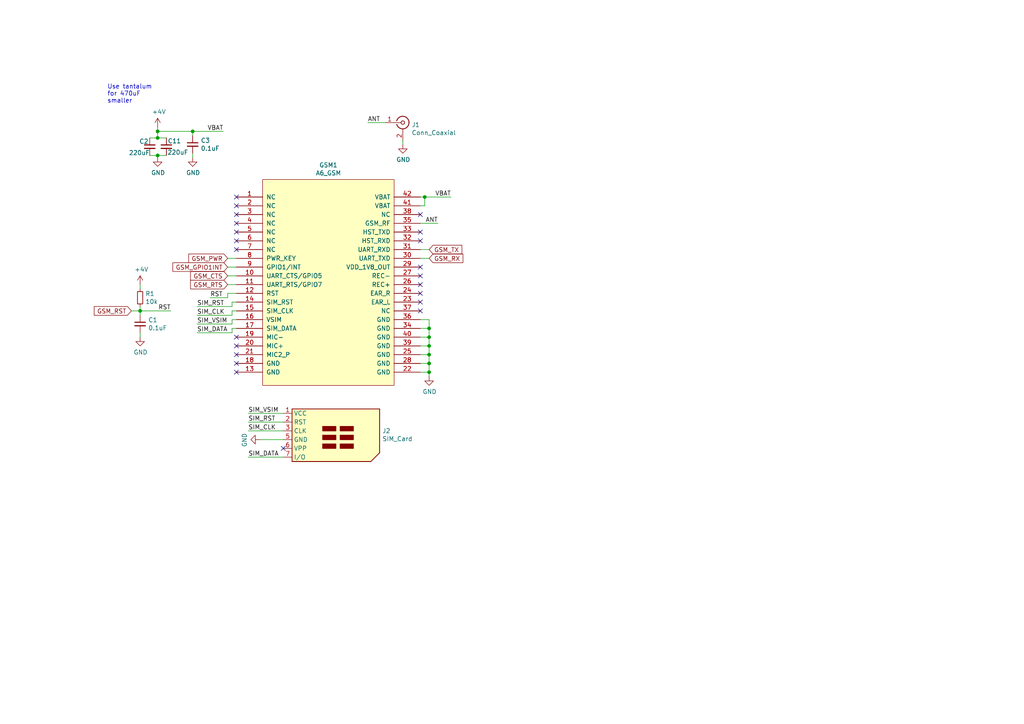
<source format=kicad_sch>
(kicad_sch (version 20211123) (generator eeschema)
  (paper "A4")
  (lib_symbols
    (symbol "A6_GSM:A6_GSM" (pin_names (offset 1.016))
      (property "Reference" "GSM" (at 0 25.4 0))
      (property "Value" "A6_GSM" (at 0 27.94 0))
      (symbol "A6_GSM_1_0"
        (rectangle (start -19.05 -29.21) (end 19.05 30.48) (fill (type background)))
      )
      (symbol "A6_GSM_1_1"
        (pin unspecified line (at -26.67 25.4 0) (length 7.62) (name "NC") (number "1"))
        (pin input line (at -26.67 2.54 0) (length 7.62) (name "UART_CTS/GPIO5") (number "10"))
        (pin input line (at -26.67 0 0) (length 7.62) (name "UART_RTS/GPIO7") (number "11"))
        (pin input line (at -26.67 -2.54 0) (length 7.62) (name "RST") (number "12"))
        (pin input line (at -26.67 -25.4 0) (length 7.62) (name "GND") (number "13"))
        (pin input line (at -26.67 -5.08 0) (length 7.62) (name "SIM_RST") (number "14"))
        (pin input line (at -26.67 -7.62 0) (length 7.62) (name "SIM_CLK") (number "15"))
        (pin power_out line (at -26.67 -10.16 0) (length 7.62) (name "VSIM") (number "16"))
        (pin input line (at -26.67 -12.7 0) (length 7.62) (name "SIM_DATA") (number "17"))
        (pin input line (at -26.67 -22.86 0) (length 7.62) (name "GND") (number "18"))
        (pin input line (at -26.67 -15.24 0) (length 7.62) (name "MIC-") (number "19"))
        (pin unspecified line (at -26.67 22.86 0) (length 7.62) (name "NC") (number "2"))
        (pin input line (at -26.67 -17.78 0) (length 7.62) (name "MIC+") (number "20"))
        (pin input line (at -26.67 -20.32 0) (length 7.62) (name "MIC2_P") (number "21"))
        (pin input line (at 26.67 -25.4 180) (length 7.62) (name "GND") (number "22"))
        (pin input line (at 26.67 -5.08 180) (length 7.62) (name "EAR_L") (number "23"))
        (pin input line (at 26.67 -2.54 180) (length 7.62) (name "EAR_R") (number "24"))
        (pin input line (at 26.67 -20.32 180) (length 7.62) (name "GND") (number "25"))
        (pin input line (at 26.67 0 180) (length 7.62) (name "REC+") (number "26"))
        (pin input line (at 26.67 2.54 180) (length 7.62) (name "REC-") (number "27"))
        (pin input line (at 26.67 -22.86 180) (length 7.62) (name "GND") (number "28"))
        (pin input line (at 26.67 5.08 180) (length 7.62) (name "VDD_1V8_OUT") (number "29"))
        (pin unspecified line (at -26.67 20.32 0) (length 7.62) (name "NC") (number "3"))
        (pin input line (at 26.67 7.62 180) (length 7.62) (name "UART_TXD") (number "30"))
        (pin input line (at 26.67 10.16 180) (length 7.62) (name "UART_RXD") (number "31"))
        (pin input line (at 26.67 12.7 180) (length 7.62) (name "HST_RXD") (number "32"))
        (pin input line (at 26.67 15.24 180) (length 7.62) (name "HST_TXD") (number "33"))
        (pin input line (at 26.67 -12.7 180) (length 7.62) (name "GND") (number "34"))
        (pin input line (at 26.67 17.78 180) (length 7.62) (name "GSM_RF") (number "35"))
        (pin input line (at 26.67 -10.16 180) (length 7.62) (name "GND") (number "36"))
        (pin input line (at 26.67 -7.62 180) (length 7.62) (name "NC") (number "37"))
        (pin input line (at 26.67 20.32 180) (length 7.62) (name "NC") (number "38"))
        (pin input line (at 26.67 -17.78 180) (length 7.62) (name "GND") (number "39"))
        (pin unspecified line (at -26.67 17.78 0) (length 7.62) (name "NC") (number "4"))
        (pin input line (at 26.67 -15.24 180) (length 7.62) (name "GND") (number "40"))
        (pin input line (at 26.67 22.86 180) (length 7.62) (name "VBAT") (number "41"))
        (pin input line (at 26.67 25.4 180) (length 7.62) (name "VBAT") (number "42"))
        (pin unspecified line (at -26.67 15.24 0) (length 7.62) (name "NC") (number "5"))
        (pin unspecified line (at -26.67 12.7 0) (length 7.62) (name "NC") (number "6"))
        (pin unspecified line (at -26.67 10.16 0) (length 7.62) (name "NC") (number "7"))
        (pin input line (at -26.67 7.62 0) (length 7.62) (name "PWR_KEY") (number "8"))
        (pin input line (at -26.67 5.08 0) (length 7.62) (name "GPIO1/INT") (number "9"))
      )
    )
    (symbol "Connector:Conn_Coaxial" (pin_names (offset 1.016) hide)
      (property "Reference" "J" (at 0.254 3.048 0))
      (property "Value" "Conn_Coaxial" (at 2.921 0 90))
      (symbol "Conn_Coaxial_0_1"
        (arc (start -1.778 -0.508) (mid 0.222 -1.808) (end 1.778 0) (stroke (width 0.254)))
        (polyline (pts (xy -2.54 0) (xy -0.508 0)))
        (polyline (pts (xy 0 -2.54) (xy 0 -1.778)))
        (circle (center 0 0) (radius 0.508) (stroke (width 0.2032)))
        (arc (start 1.778 0) (mid 0.2221 1.8083) (end -1.778 0.508) (stroke (width 0.254)))
      )
      (symbol "Conn_Coaxial_1_1"
        (pin passive line (at -5.08 0 0) (length 2.54) (name "In") (number "1"))
        (pin passive line (at 0 -5.08 90) (length 2.54) (name "Ext") (number "2"))
      )
    )
    (symbol "Connector:SIM_Card"
      (property "Reference" "J" (at -2.54 12.7 0))
      (property "Value" "SIM_Card" (at -1.27 10.16 0))
      (symbol "SIM_Card_0_1"
        (rectangle (start -1.27 -2.54) (end 2.54 -1.27) (stroke (width 0.254)) (fill (type outline)))
        (rectangle (start -1.27 0) (end 2.54 1.27) (stroke (width 0.254)) (fill (type outline)))
        (rectangle (start -1.27 2.54) (end 2.54 3.81) (stroke (width 0.254)) (fill (type outline)))
        (polyline (pts (xy -10.16 8.89) (xy 15.24 8.89) (xy 15.24 -3.81) (xy 12.7 -6.35) (xy -10.16 -6.35) (xy -10.16 8.89)) (stroke (width 0.254)) (fill (type background)))
        (rectangle (start 3.81 -1.27) (end 7.62 -2.54) (stroke (width 0.254)) (fill (type outline)))
        (rectangle (start 3.81 0) (end 7.62 1.27) (stroke (width 0.254)) (fill (type outline)))
        (rectangle (start 3.81 2.54) (end 7.62 3.81) (stroke (width 0.254)) (fill (type outline)))
      )
      (symbol "SIM_Card_1_1"
        (pin power_in line (at -12.7 7.62 0) (length 2.54) (name "VCC") (number "1"))
        (pin input line (at -12.7 5.08 0) (length 2.54) (name "RST") (number "2"))
        (pin input line (at -12.7 2.54 0) (length 2.54) (name "CLK") (number "3"))
        (pin power_in line (at -12.7 0 0) (length 2.54) (name "GND") (number "5"))
        (pin input line (at -12.7 -2.54 0) (length 2.54) (name "VPP") (number "6"))
        (pin bidirectional line (at -12.7 -5.08 0) (length 2.54) (name "I/O") (number "7"))
      )
    )
    (symbol "Device:C_Small" (pin_numbers hide) (pin_names (offset 0.254) hide)
      (property "Reference" "C" (at 0.254 1.778 0))
      (property "Value" "C_Small" (at 0.254 -2.032 0))
      (symbol "C_Small_0_1"
        (polyline (pts (xy -1.524 -0.508) (xy 1.524 -0.508)) (stroke (width 0.3302)))
        (polyline (pts (xy -1.524 0.508) (xy 1.524 0.508)) (stroke (width 0.3048)))
      )
      (symbol "C_Small_1_1"
        (pin passive line (at 0 2.54 270) (length 2.032) (name "~") (number "1"))
        (pin passive line (at 0 -2.54 90) (length 2.032) (name "~") (number "2"))
      )
    )
    (symbol "Device:R_Small" (pin_numbers hide) (pin_names (offset 0.254) hide)
      (property "Reference" "R" (at 0.762 0.508 0))
      (property "Value" "R_Small" (at 0.762 -1.016 0))
      (symbol "R_Small_0_1"
        (rectangle (start -0.762 1.778) (end 0.762 -1.778) (stroke (width 0.2032)))
      )
      (symbol "R_Small_1_1"
        (pin passive line (at 0 2.54 270) (length 0.762) (name "~") (number "1"))
        (pin passive line (at 0 -2.54 90) (length 0.762) (name "~") (number "2"))
      )
    )
    (symbol "power:+4V" (power) (pin_names (offset 0))
      (property "Value" "+4V" (at 0 3.556 0))
      (symbol "+4V_0_1"
        (polyline (pts (xy -0.762 1.27) (xy 0 2.54)))
        (polyline (pts (xy 0 0) (xy 0 2.54)))
        (polyline (pts (xy 0 2.54) (xy 0.762 1.27)))
      )
      (symbol "+4V_1_1"
        (pin power_in line (at 0 0 90) (length 0) hide (name "+4V") (number "1"))
      )
    )
    (symbol "power:GND" (power) (pin_names (offset 0))
      (property "Value" "GND" (at 0 -3.81 0))
      (symbol "GND_0_1"
        (polyline (pts (xy 0 0) (xy 0 -1.27) (xy 1.27 -1.27) (xy 0 -2.54) (xy -1.27 -1.27) (xy 0 -1.27)))
      )
      (symbol "GND_1_1"
        (pin power_in line (at 0 0 270) (length 0) hide (name "GND") (number "1"))
      )
    )
  )
  (junction (at 124.46 95.25))
  (junction (at 123.19 57.15))
  (junction (at 55.88 38.1))
  (junction (at 40.64 90.17))
  (junction (at 124.46 100.33))
  (junction (at 124.46 107.95))
  (junction (at 45.72 38.1))
  (junction (at 124.46 97.79))
  (junction (at 124.46 105.41))
  (junction (at 45.72 40.005))
  (junction (at 45.72 45.085))
  (junction (at 124.46 102.87))
  (no_connect (at 68.58 67.31))
  (no_connect (at 68.58 72.39))
  (no_connect (at 68.58 97.79))
  (no_connect (at 121.92 67.31))
  (no_connect (at 68.58 100.33))
  (no_connect (at 121.92 87.63))
  (no_connect (at 121.92 69.85))
  (no_connect (at 68.58 62.23))
  (no_connect (at 121.92 82.55))
  (no_connect (at 68.58 102.87))
  (no_connect (at 68.58 64.77))
  (no_connect (at 68.58 107.95))
  (no_connect (at 68.58 59.69))
  (no_connect (at 121.92 85.09))
  (no_connect (at 121.92 77.47))
  (no_connect (at 68.58 69.85))
  (no_connect (at 121.92 90.17))
  (no_connect (at 68.58 57.15))
  (no_connect (at 121.92 62.23))
  (no_connect (at 121.92 80.01))
  (no_connect (at 82.169 130.048))
  (no_connect (at 68.58 105.41))
  (wire (pts (xy 72.009 119.888) (xy 82.169 119.888)))
  (wire (pts (xy 72.009 124.968) (xy 82.169 124.968)))
  (wire (pts (xy 124.46 100.33) (xy 124.46 97.79)))
  (wire (pts (xy 57.15 91.44) (xy 67.31 91.44)))
  (wire (pts (xy 40.64 90.17) (xy 40.64 91.44)))
  (wire (pts (xy 67.31 95.25) (xy 67.31 96.52)))
  (wire (pts (xy 67.31 90.17) (xy 67.31 91.44)))
  (wire (pts (xy 106.68 35.56) (xy 111.76 35.56)))
  (wire (pts (xy 121.92 57.15) (xy 123.19 57.15)))
  (wire (pts (xy 82.169 127.508) (xy 75.311 127.508)))
  (wire (pts (xy 68.58 82.55) (xy 66.04 82.55)))
  (wire (pts (xy 124.46 92.71) (xy 121.92 92.71)))
  (wire (pts (xy 124.46 74.93) (xy 121.92 74.93)))
  (wire (pts (xy 55.88 45.72) (xy 55.88 44.45)))
  (wire (pts (xy 45.72 36.83) (xy 45.72 38.1)))
  (wire (pts (xy 124.46 97.79) (xy 124.46 95.25)))
  (wire (pts (xy 123.19 57.15) (xy 123.19 59.69)))
  (wire (pts (xy 45.72 40.005) (xy 48.26 40.005)))
  (wire (pts (xy 68.58 90.17) (xy 67.31 90.17)))
  (wire (pts (xy 60.96 86.36) (xy 66.04 86.36)))
  (wire (pts (xy 124.46 107.95) (xy 124.46 109.22)))
  (wire (pts (xy 124.46 100.33) (xy 121.92 100.33)))
  (wire (pts (xy 40.64 88.9) (xy 40.64 90.17)))
  (wire (pts (xy 124.46 72.39) (xy 121.92 72.39)))
  (wire (pts (xy 66.04 80.01) (xy 68.58 80.01)))
  (wire (pts (xy 55.88 38.1) (xy 64.77 38.1)))
  (wire (pts (xy 40.64 82.55) (xy 40.64 83.82)))
  (wire (pts (xy 123.19 57.15) (xy 130.81 57.15)))
  (wire (pts (xy 66.04 74.93) (xy 68.58 74.93)))
  (wire (pts (xy 66.04 77.47) (xy 68.58 77.47)))
  (wire (pts (xy 68.58 87.63) (xy 67.31 87.63)))
  (wire (pts (xy 67.31 92.71) (xy 67.31 93.98)))
  (wire (pts (xy 72.009 132.588) (xy 82.169 132.588)))
  (wire (pts (xy 45.72 45.72) (xy 45.72 45.085)))
  (wire (pts (xy 68.58 85.09) (xy 66.04 85.09)))
  (wire (pts (xy 124.46 95.25) (xy 121.92 95.25)))
  (wire (pts (xy 121.92 107.95) (xy 124.46 107.95)))
  (wire (pts (xy 45.72 38.1) (xy 45.72 40.005)))
  (wire (pts (xy 116.84 40.64) (xy 116.84 41.91)))
  (wire (pts (xy 121.92 105.41) (xy 124.46 105.41)))
  (wire (pts (xy 45.72 38.1) (xy 55.88 38.1)))
  (wire (pts (xy 66.04 86.36) (xy 66.04 85.09)))
  (wire (pts (xy 43.434 40.005) (xy 45.72 40.005)))
  (wire (pts (xy 124.46 105.41) (xy 124.46 107.95)))
  (wire (pts (xy 57.15 88.9) (xy 67.31 88.9)))
  (wire (pts (xy 72.009 122.428) (xy 82.169 122.428)))
  (wire (pts (xy 124.46 102.87) (xy 124.46 105.41)))
  (wire (pts (xy 121.92 97.79) (xy 124.46 97.79)))
  (wire (pts (xy 67.31 87.63) (xy 67.31 88.9)))
  (wire (pts (xy 48.26 45.085) (xy 45.72 45.085)))
  (wire (pts (xy 124.46 95.25) (xy 124.46 92.71)))
  (wire (pts (xy 68.58 95.25) (xy 67.31 95.25)))
  (wire (pts (xy 124.46 100.33) (xy 124.46 102.87)))
  (wire (pts (xy 68.58 92.71) (xy 67.31 92.71)))
  (wire (pts (xy 38.1 90.17) (xy 40.64 90.17)))
  (wire (pts (xy 40.64 90.17) (xy 49.53 90.17)))
  (wire (pts (xy 57.15 93.98) (xy 67.31 93.98)))
  (wire (pts (xy 121.92 102.87) (xy 124.46 102.87)))
  (wire (pts (xy 55.88 38.1) (xy 55.88 39.37)))
  (wire (pts (xy 40.64 97.79) (xy 40.64 96.52)))
  (wire (pts (xy 57.15 96.52) (xy 67.31 96.52)))
  (wire (pts (xy 123.19 59.69) (xy 121.92 59.69)))
  (wire (pts (xy 127 64.77) (xy 121.92 64.77)))
  (wire (pts (xy 45.72 45.085) (xy 43.434 45.085)))
  (text "Use tantalum\nfor 470uF\nsmaller" (at 31.115 30.099 0) (effects (font (size 1.27 1.27)) (justify left bottom)))
  (label "SIM_VSIM" (at 57.15 93.98 0))
  (label "SIM_VSIM" (at 72.009 119.888 0))
  (label "VBAT" (at 130.81 57.15 180))
  (label "ANT" (at 127 64.77 180))
  (label "SIM_DATA" (at 72.009 132.588 0))
  (label "RST" (at 60.96 86.36 0))
  (label "ANT" (at 106.68 35.56 0))
  (label "SIM_RST" (at 72.009 122.428 0))
  (label "RST" (at 49.53 90.17 180))
  (label "SIM_RST" (at 57.15 88.9 0))
  (label "SIM_DATA" (at 57.15 96.52 0))
  (label "SIM_CLK" (at 57.15 91.44 0))
  (label "SIM_CLK" (at 72.009 124.968 0))
  (label "VBAT" (at 64.77 38.1 180))
  (global_label "GSM_TX" (shape input) (at 124.46 72.39 0) (property "Intersheet References" "${INTERSHEET_REFS}" (effects hide)))
  (global_label "GSM_GPIO1INT" (shape input) (at 66.04 77.47 180) (property "Intersheet References" "${INTERSHEET_REFS}" (effects hide)))
  (global_label "GSM_PWR" (shape input) (at 66.04 74.93 180) (property "Intersheet References" "${INTERSHEET_REFS}" (effects hide)))
  (global_label "GSM_RX" (shape input) (at 124.46 74.93 0) (property "Intersheet References" "${INTERSHEET_REFS}" (effects hide)))
  (global_label "GSM_RTS" (shape input) (at 66.04 82.55 180) (property "Intersheet References" "${INTERSHEET_REFS}" (effects hide)))
  (global_label "GSM_RST" (shape input) (at 38.1 90.17 180) (property "Intersheet References" "${INTERSHEET_REFS}" (effects hide)))
  (global_label "GSM_CTS" (shape input) (at 66.04 80.01 180) (property "Intersheet References" "${INTERSHEET_REFS}" (effects hide)))
  (symbol (lib_id "A6_GSM:A6_GSM") (at 95.25 82.55 0) (unit 1)
    (property "Reference" "GSM1" (at 95.25 47.879 0))
    (property "Value" "A6_GSM" (at 95.25 50.1904 0))
    (property "Footprint" "A6:A6_GSM" (effects hide))
    (property "Datasheet" "DOCUMENTATION" (effects hide))
  )
  (symbol (lib_id "power:GND") (at 124.46 109.22 0) (unit 1)
    (property "Reference" "#PWR0101" (effects hide))
    (property "Value" "GND" (at 124.587 113.6142 0))
  )
  (symbol (lib_id "Device:C_Small") (at 40.64 93.98 0) (unit 1)
    (property "Reference" "C1" (at 42.9768 92.8116 0) (effects (justify left)))
    (property "Value" "0.1uF" (at 42.9768 95.123 0) (effects (justify left)))
    (property "Footprint" "Capacitor_SMD:C_0603_1608Metric" (effects hide))
  )
  (symbol (lib_id "Device:R_Small") (at 40.64 86.36 0) (unit 1)
    (property "Reference" "R1" (at 42.1386 85.1916 0) (effects (justify left)))
    (property "Value" "10k" (at 42.1386 87.503 0) (effects (justify left)))
    (property "Footprint" "Capacitor_SMD:C_0603_1608Metric" (effects hide))
  )
  (symbol (lib_id "power:GND") (at 40.64 97.79 0) (unit 1)
    (property "Reference" "#PWR0102" (effects hide))
    (property "Value" "GND" (at 40.767 102.1842 0))
  )
  (symbol (lib_id "power:+4V") (at 40.64 82.55 0) (unit 1)
    (property "Reference" "#PWR0103" (effects hide))
    (property "Value" "+4V" (at 41.021 78.1558 0))
  )
  (symbol (lib_id "Device:C_Small") (at 55.88 41.91 0) (unit 1)
    (property "Reference" "C3" (at 58.2168 40.7416 0) (effects (justify left)))
    (property "Value" "0.1uF" (at 58.2168 43.053 0) (effects (justify left)))
    (property "Footprint" "Capacitor_SMD:C_0603_1608Metric" (effects hide))
  )
  (symbol (lib_id "power:GND") (at 55.88 45.72 0) (unit 1)
    (property "Reference" "#PWR0106" (effects hide))
    (property "Value" "GND" (at 56.007 50.1142 0))
  )
  (symbol (lib_id "power:+4V") (at 45.72 36.83 0) (unit 1)
    (property "Reference" "#PWR0105" (effects hide))
    (property "Value" "+4V" (at 46.101 32.4358 0))
    (property "Footprint" "Connector_PinSocket_2.54mm:PinSocket_1x01_P2.54mm_Vertical" (effects hide))
  )
  (symbol (lib_id "Device:C_Small") (at 43.434 42.545 0) (unit 1)
    (property "Reference" "C2" (at 40.386 41.021 0) (effects (justify left)))
    (property "Value" "220uF" (at 37.338 44.323 0) (effects (justify left)))
    (property "Footprint" "Capacitor_Tantalum_SMD:CP_EIA-3216-10_Kemet-I_Pad1.58x1.35mm_HandSolder" (effects hide))
  )
  (symbol (lib_id "power:GND") (at 45.72 45.72 0) (unit 1)
    (property "Reference" "#PWR0104" (effects hide))
    (property "Value" "GND" (at 45.847 50.1142 0))
  )
  (symbol (lib_id "Connector:Conn_Coaxial") (at 116.84 35.56 0) (unit 1)
    (property "Reference" "J1" (at 119.38 36.195 0) (effects (justify left)))
    (property "Value" "Conn_Coaxial" (at 119.38 38.5064 0) (effects (justify left)))
    (property "Footprint" "Connector_Coaxial:SMA_Amphenol_132134-16_Vertical" (effects hide))
    (property "Datasheet" " ~" (effects hide))
  )
  (symbol (lib_id "power:GND") (at 116.84 41.91 0) (unit 1)
    (property "Reference" "#PWR0107" (effects hide))
    (property "Value" "GND" (at 116.967 46.3042 0))
  )
  (symbol (lib_id "power:GND") (at 75.311 127.508 270) (unit 1)
    (property "Reference" "#PWR0108" (effects hide))
    (property "Value" "GND" (at 70.9168 127.635 0))
  )
  (symbol (lib_id "Device:C_Small") (at 48.26 42.545 0) (unit 1)
    (property "Reference" "C11" (at 48.641 40.894 0) (effects (justify left)))
    (property "Value" "220uF" (at 48.514 44.196 0) (effects (justify left)))
    (property "Footprint" "Capacitor_Tantalum_SMD:CP_EIA-3216-10_Kemet-I_Pad1.58x1.35mm_HandSolder" (effects hide))
  )
  (symbol (lib_id "Connector:SIM_Card") (at 94.869 127.508 0) (unit 1)
    (property "Reference" "J2" (at 110.871 124.968 0) (effects (justify left)))
    (property "Value" "SIM_Card" (at 110.871 127.2794 0) (effects (justify left)))
    (property "Footprint" "footprints:MOLEX_78800-0001" (effects hide))
    (property "Datasheet" " ~" (effects hide))
  )
)
</source>
